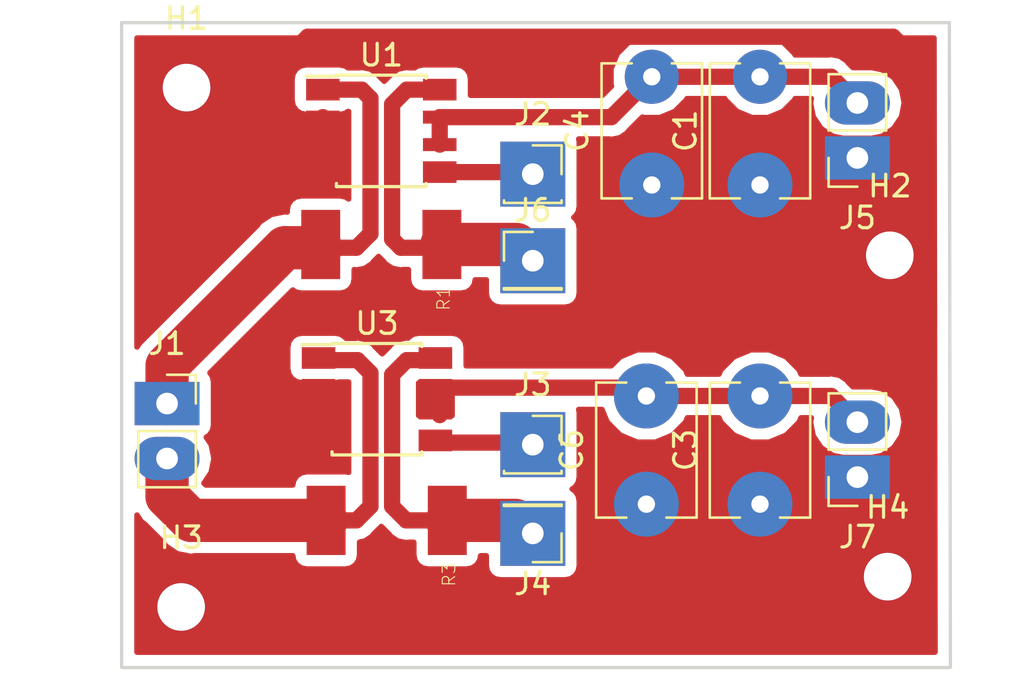
<source format=kicad_pcb>
(kicad_pcb (version 20171130) (host pcbnew 5.0.2-bee76a0~70~ubuntu18.04.1)

  (general
    (thickness 1.6)
    (drawings 4)
    (tracks 78)
    (zones 0)
    (modules 19)
    (nets 10)
  )

  (page A4)
  (layers
    (0 F.Cu signal)
    (31 B.Cu signal)
    (32 B.Adhes user)
    (33 F.Adhes user)
    (34 B.Paste user)
    (35 F.Paste user)
    (36 B.SilkS user)
    (37 F.SilkS user)
    (38 B.Mask user)
    (39 F.Mask user)
    (40 Dwgs.User user)
    (41 Cmts.User user)
    (42 Eco1.User user)
    (43 Eco2.User user)
    (44 Edge.Cuts user)
    (45 Margin user)
    (46 B.CrtYd user)
    (47 F.CrtYd user)
    (48 B.Fab user)
    (49 F.Fab user)
  )

  (setup
    (last_trace_width 0.75)
    (trace_clearance 0.2)
    (zone_clearance 0.508)
    (zone_45_only no)
    (trace_min 0.2)
    (segment_width 0.2)
    (edge_width 0.15)
    (via_size 0.8)
    (via_drill 0.4)
    (via_min_size 0.4)
    (via_min_drill 0.3)
    (uvia_size 0.3)
    (uvia_drill 0.1)
    (uvias_allowed no)
    (uvia_min_size 0.2)
    (uvia_min_drill 0.1)
    (pcb_text_width 0.3)
    (pcb_text_size 1.5 1.5)
    (mod_edge_width 0.15)
    (mod_text_size 1 1)
    (mod_text_width 0.15)
    (pad_size 2.2 2.2)
    (pad_drill 2.2)
    (pad_to_mask_clearance 0.051)
    (solder_mask_min_width 0.25)
    (aux_axis_origin 0 0)
    (visible_elements FFFFFF7F)
    (pcbplotparams
      (layerselection 0x01080_7fffffff)
      (usegerberextensions false)
      (usegerberattributes false)
      (usegerberadvancedattributes false)
      (creategerberjobfile false)
      (excludeedgelayer true)
      (linewidth 0.100000)
      (plotframeref false)
      (viasonmask false)
      (mode 1)
      (useauxorigin false)
      (hpglpennumber 1)
      (hpglpenspeed 20)
      (hpglpendiameter 15.000000)
      (psnegative false)
      (psa4output false)
      (plotreference true)
      (plotvalue true)
      (plotinvisibletext false)
      (padsonsilk false)
      (subtractmaskfromsilk false)
      (outputformat 1)
      (mirror false)
      (drillshape 0)
      (scaleselection 1)
      (outputdirectory "mil/"))
  )

  (net 0 "")
  (net 1 GND)
  (net 2 +3V3)
  (net 3 CURRENT_0)
  (net 4 CURRENT_1)
  (net 5 CURRENT_2)
  (net 6 PHASE0_IN)
  (net 7 PHASE1_IN)
  (net 8 PHASE1_OUT)
  (net 9 PHASE0_OUT)

  (net_class Default "This is the default net class."
    (clearance 0.2)
    (trace_width 0.75)
    (via_dia 0.8)
    (via_drill 0.4)
    (uvia_dia 0.3)
    (uvia_drill 0.1)
    (add_net +3V3)
    (add_net CURRENT_0)
    (add_net CURRENT_1)
    (add_net CURRENT_2)
    (add_net GND)
    (add_net PHASE0_IN)
    (add_net PHASE0_OUT)
    (add_net PHASE1_IN)
    (add_net PHASE1_OUT)
  )

  (module custom_lib:R2512_shunt (layer F.Cu) (tedit 0) (tstamp 5DFE57A5)
    (at 12 10.25 180)
    (descr <b>RESISTOR</b>)
    (path /5DDD4F3B)
    (fp_text reference R1 (at -2.54 -1.905 90) (layer F.SilkS)
      (effects (font (size 0.57912 0.57912) (thickness 0.046329)) (justify right top))
    )
    (fp_text value SHUNT (at -2.54 3.175 180) (layer F.Fab)
      (effects (font (size 0.77216 0.77216) (thickness 0.061772)) (justify right top))
    )
    (fp_poly (pts (xy -0.5001 1) (xy 0.5001 1) (xy 0.5001 -1) (xy -0.5001 -1)) (layer F.Adhes) (width 0))
    (fp_poly (pts (xy 2.3622 1.5494) (xy 3.2121 1.5494) (xy 3.2121 -1.5507) (xy 2.3622 -1.5507)) (layer F.Fab) (width 0))
    (fp_poly (pts (xy -3.2004 1.5494) (xy -2.3505 1.5494) (xy -2.3505 -1.5507) (xy -3.2004 -1.5507)) (layer F.Fab) (width 0))
    (fp_line (start -3.973 1.983) (end -3.973 -1.983) (layer Dwgs.User) (width 0.0508))
    (fp_line (start 3.973 1.983) (end -3.973 1.983) (layer Dwgs.User) (width 0.0508))
    (fp_line (start 3.973 -1.983) (end 3.973 1.983) (layer Dwgs.User) (width 0.0508))
    (fp_line (start -3.973 -1.983) (end 3.973 -1.983) (layer Dwgs.User) (width 0.0508))
    (fp_line (start -2.362 1.473) (end 2.387 1.473) (layer F.Fab) (width 0.1524))
    (fp_line (start -2.362 -1.473) (end 2.387 -1.473) (layer F.Fab) (width 0.1524))
    (pad 2 smd rect (at 2.8 0 180) (size 1.8 3.2) (layers F.Cu F.Paste F.Mask)
      (net 7 PHASE1_IN) (solder_mask_margin 0.075))
    (pad 1 smd rect (at -2.8 0 180) (size 1.8 3.2) (layers F.Cu F.Paste F.Mask)
      (net 8 PHASE1_OUT) (solder_mask_margin 0.075))
  )

  (module custom_lib:R2512_shunt (layer F.Cu) (tedit 0) (tstamp 5DFE57C3)
    (at 12.25 23 180)
    (descr <b>RESISTOR</b>)
    (path /5DDD2B7E)
    (fp_text reference R3 (at -2.54 -1.905 90) (layer F.SilkS)
      (effects (font (size 0.57912 0.57912) (thickness 0.046329)) (justify right top))
    )
    (fp_text value SHUNT (at -2.54 3.175 180) (layer F.Fab)
      (effects (font (size 0.77216 0.77216) (thickness 0.061772)) (justify right top))
    )
    (fp_line (start -2.362 -1.473) (end 2.387 -1.473) (layer F.Fab) (width 0.1524))
    (fp_line (start -2.362 1.473) (end 2.387 1.473) (layer F.Fab) (width 0.1524))
    (fp_line (start -3.973 -1.983) (end 3.973 -1.983) (layer Dwgs.User) (width 0.0508))
    (fp_line (start 3.973 -1.983) (end 3.973 1.983) (layer Dwgs.User) (width 0.0508))
    (fp_line (start 3.973 1.983) (end -3.973 1.983) (layer Dwgs.User) (width 0.0508))
    (fp_line (start -3.973 1.983) (end -3.973 -1.983) (layer Dwgs.User) (width 0.0508))
    (fp_poly (pts (xy -3.2004 1.5494) (xy -2.3505 1.5494) (xy -2.3505 -1.5507) (xy -3.2004 -1.5507)) (layer F.Fab) (width 0))
    (fp_poly (pts (xy 2.3622 1.5494) (xy 3.2121 1.5494) (xy 3.2121 -1.5507) (xy 2.3622 -1.5507)) (layer F.Fab) (width 0))
    (fp_poly (pts (xy -0.5001 1) (xy 0.5001 1) (xy 0.5001 -1) (xy -0.5001 -1)) (layer F.Adhes) (width 0))
    (pad 1 smd rect (at -2.8 0 180) (size 1.8 3.2) (layers F.Cu F.Paste F.Mask)
      (net 9 PHASE0_OUT) (solder_mask_margin 0.075))
    (pad 2 smd rect (at 2.8 0 180) (size 1.8 3.2) (layers F.Cu F.Paste F.Mask)
      (net 6 PHASE0_IN) (solder_mask_margin 0.075))
  )

  (module Package_SO:SOIC-8_3.9x4.9mm_P1.27mm (layer F.Cu) (tedit 5DDFF8B4) (tstamp 5DFE57E0)
    (at 12 5)
    (descr "8-Lead Plastic Small Outline (SN) - Narrow, 3.90 mm Body [SOIC] (see Microchip Packaging Specification http://ww1.microchip.com/downloads/en/PackagingSpec/00000049BQ.pdf)")
    (tags "SOIC 1.27")
    (path /5DDD4F35)
    (attr smd)
    (fp_text reference U1 (at 0 -3.5) (layer F.SilkS)
      (effects (font (size 1 1) (thickness 0.15)))
    )
    (fp_text value AD8207 (at 0 3.5) (layer F.Fab)
      (effects (font (size 1 1) (thickness 0.15)))
    )
    (fp_line (start -2.075 -2.525) (end -3.475 -2.525) (layer F.SilkS) (width 0.15))
    (fp_line (start -2.075 2.575) (end 2.075 2.575) (layer F.SilkS) (width 0.15))
    (fp_line (start -2.075 -2.575) (end 2.075 -2.575) (layer F.SilkS) (width 0.15))
    (fp_line (start -2.075 2.575) (end -2.075 2.43) (layer F.SilkS) (width 0.15))
    (fp_line (start 2.075 2.575) (end 2.075 2.43) (layer F.SilkS) (width 0.15))
    (fp_line (start 2.075 -2.575) (end 2.075 -2.43) (layer F.SilkS) (width 0.15))
    (fp_line (start -2.075 -2.575) (end -2.075 -2.525) (layer F.SilkS) (width 0.15))
    (fp_line (start -3.73 2.7) (end 3.73 2.7) (layer F.CrtYd) (width 0.05))
    (fp_line (start -3.73 -2.7) (end 3.73 -2.7) (layer F.CrtYd) (width 0.05))
    (fp_line (start 3.73 -2.7) (end 3.73 2.7) (layer F.CrtYd) (width 0.05))
    (fp_line (start -3.73 -2.7) (end -3.73 2.7) (layer F.CrtYd) (width 0.05))
    (fp_line (start -1.95 -1.45) (end -0.95 -2.45) (layer F.Fab) (width 0.1))
    (fp_line (start -1.95 2.45) (end -1.95 -1.45) (layer F.Fab) (width 0.1))
    (fp_line (start 1.95 2.45) (end -1.95 2.45) (layer F.Fab) (width 0.1))
    (fp_line (start 1.95 -2.45) (end 1.95 2.45) (layer F.Fab) (width 0.1))
    (fp_line (start -0.95 -2.45) (end 1.95 -2.45) (layer F.Fab) (width 0.1))
    (fp_text user %R (at 0 0) (layer F.Fab)
      (effects (font (size 1 1) (thickness 0.15)))
    )
    (pad 8 smd rect (at 2.7 -1.905) (size 1.55 1) (layers F.Cu F.Paste F.Mask)
      (net 8 PHASE1_OUT))
    (pad 7 smd rect (at 2.7 -0.635) (size 1.55 0.6) (layers F.Cu F.Paste F.Mask)
      (net 2 +3V3))
    (pad 6 smd rect (at 2.7 0.635) (size 1.55 0.6) (layers F.Cu F.Paste F.Mask)
      (net 2 +3V3))
    (pad 5 smd rect (at 2.7 1.905) (size 1.55 1) (layers F.Cu F.Paste F.Mask)
      (net 4 CURRENT_1))
    (pad 4 smd rect (at -2.7 1.905) (size 1.55 0.6) (layers F.Cu F.Paste F.Mask)
      (net 1 GND))
    (pad 3 smd rect (at -2.7 0.635) (size 1.55 0.6) (layers F.Cu F.Paste F.Mask)
      (net 1 GND))
    (pad 2 smd rect (at -2.7 -0.635) (size 1.55 0.6) (layers F.Cu F.Paste F.Mask)
      (net 1 GND))
    (pad 1 smd rect (at -2.7 -1.905) (size 1.55 1) (layers F.Cu F.Paste F.Mask)
      (net 7 PHASE1_IN))
    (model ${KISYS3DMOD}/Package_SO.3dshapes/SOIC-8_3.9x4.9mm_P1.27mm.wrl
      (at (xyz 0 0 0))
      (scale (xyz 1 1 1))
      (rotate (xyz 0 0 0))
    )
  )

  (module Package_SO:SOIC-8_3.9x4.9mm_P1.27mm (layer F.Cu) (tedit 5DDFF8BC) (tstamp 5DFE581A)
    (at 11.8 17.4)
    (descr "8-Lead Plastic Small Outline (SN) - Narrow, 3.90 mm Body [SOIC] (see Microchip Packaging Specification http://ww1.microchip.com/downloads/en/PackagingSpec/00000049BQ.pdf)")
    (tags "SOIC 1.27")
    (path /5DDD2A92)
    (attr smd)
    (fp_text reference U3 (at 0 -3.5) (layer F.SilkS)
      (effects (font (size 1 1) (thickness 0.15)))
    )
    (fp_text value AD8207 (at 0 3.5) (layer F.Fab)
      (effects (font (size 1 1) (thickness 0.15)))
    )
    (fp_text user %R (at 0 0) (layer F.Fab)
      (effects (font (size 1 1) (thickness 0.15)))
    )
    (fp_line (start -0.95 -2.45) (end 1.95 -2.45) (layer F.Fab) (width 0.1))
    (fp_line (start 1.95 -2.45) (end 1.95 2.45) (layer F.Fab) (width 0.1))
    (fp_line (start 1.95 2.45) (end -1.95 2.45) (layer F.Fab) (width 0.1))
    (fp_line (start -1.95 2.45) (end -1.95 -1.45) (layer F.Fab) (width 0.1))
    (fp_line (start -1.95 -1.45) (end -0.95 -2.45) (layer F.Fab) (width 0.1))
    (fp_line (start -3.73 -2.7) (end -3.73 2.7) (layer F.CrtYd) (width 0.05))
    (fp_line (start 3.73 -2.7) (end 3.73 2.7) (layer F.CrtYd) (width 0.05))
    (fp_line (start -3.73 -2.7) (end 3.73 -2.7) (layer F.CrtYd) (width 0.05))
    (fp_line (start -3.73 2.7) (end 3.73 2.7) (layer F.CrtYd) (width 0.05))
    (fp_line (start -2.075 -2.575) (end -2.075 -2.525) (layer F.SilkS) (width 0.15))
    (fp_line (start 2.075 -2.575) (end 2.075 -2.43) (layer F.SilkS) (width 0.15))
    (fp_line (start 2.075 2.575) (end 2.075 2.43) (layer F.SilkS) (width 0.15))
    (fp_line (start -2.075 2.575) (end -2.075 2.43) (layer F.SilkS) (width 0.15))
    (fp_line (start -2.075 -2.575) (end 2.075 -2.575) (layer F.SilkS) (width 0.15))
    (fp_line (start -2.075 2.575) (end 2.075 2.575) (layer F.SilkS) (width 0.15))
    (fp_line (start -2.075 -2.525) (end -3.475 -2.525) (layer F.SilkS) (width 0.15))
    (pad 1 smd rect (at -2.7 -1.905) (size 1.55 1) (layers F.Cu F.Paste F.Mask)
      (net 6 PHASE0_IN))
    (pad 2 smd rect (at -2.7 -0.635) (size 1.55 0.6) (layers F.Cu F.Paste F.Mask)
      (net 1 GND))
    (pad 3 smd rect (at -2.7 0.635) (size 1.55 0.6) (layers F.Cu F.Paste F.Mask)
      (net 1 GND))
    (pad 4 smd rect (at -2.7 1.905) (size 1.55 0.6) (layers F.Cu F.Paste F.Mask)
      (net 1 GND))
    (pad 5 smd rect (at 2.7 1.905) (size 1.55 1) (layers F.Cu F.Paste F.Mask)
      (net 3 CURRENT_0))
    (pad 6 smd rect (at 2.7 0.635) (size 1.55 0.6) (layers F.Cu F.Paste F.Mask)
      (net 2 +3V3))
    (pad 7 smd rect (at 2.7 -0.635) (size 1.55 0.6) (layers F.Cu F.Paste F.Mask)
      (net 2 +3V3))
    (pad 8 smd rect (at 2.7 -1.905) (size 1.55 1) (layers F.Cu F.Paste F.Mask)
      (net 9 PHASE0_OUT))
    (model ${KISYS3DMOD}/Package_SO.3dshapes/SOIC-8_3.9x4.9mm_P1.27mm.wrl
      (at (xyz 0 0 0))
      (scale (xyz 1 1 1))
      (rotate (xyz 0 0 0))
    )
  )

  (module Capacitor_THT:C_Disc_D6.0mm_W4.4mm_P5.00mm (layer F.Cu) (tedit 5DDE5DE6) (tstamp 5DFE5BED)
    (at 29.5 7.5 90)
    (descr "C, Disc series, Radial, pin pitch=5.00mm, , diameter*width=6*4.4mm^2, Capacitor")
    (tags "C Disc series Radial pin pitch 5.00mm  diameter 6mm width 4.4mm Capacitor")
    (path /5DDD4F52)
    (fp_text reference C1 (at 2.5 -3.45 90) (layer F.SilkS)
      (effects (font (size 1 1) (thickness 0.15)))
    )
    (fp_text value 1u (at 2.5 3.45 90) (layer F.Fab)
      (effects (font (size 1 1) (thickness 0.15)))
    )
    (fp_line (start -0.5 -2.2) (end -0.5 2.2) (layer F.Fab) (width 0.1))
    (fp_line (start -0.5 2.2) (end 5.5 2.2) (layer F.Fab) (width 0.1))
    (fp_line (start 5.5 2.2) (end 5.5 -2.2) (layer F.Fab) (width 0.1))
    (fp_line (start 5.5 -2.2) (end -0.5 -2.2) (layer F.Fab) (width 0.1))
    (fp_line (start -0.62 -2.321) (end 5.62 -2.321) (layer F.SilkS) (width 0.12))
    (fp_line (start -0.62 2.321) (end 5.62 2.321) (layer F.SilkS) (width 0.12))
    (fp_line (start -0.62 -2.321) (end -0.62 -0.925) (layer F.SilkS) (width 0.12))
    (fp_line (start -0.62 0.925) (end -0.62 2.321) (layer F.SilkS) (width 0.12))
    (fp_line (start 5.62 -2.321) (end 5.62 -0.925) (layer F.SilkS) (width 0.12))
    (fp_line (start 5.62 0.925) (end 5.62 2.321) (layer F.SilkS) (width 0.12))
    (fp_line (start -1.05 -2.45) (end -1.05 2.45) (layer F.CrtYd) (width 0.05))
    (fp_line (start -1.05 2.45) (end 6.05 2.45) (layer F.CrtYd) (width 0.05))
    (fp_line (start 6.05 2.45) (end 6.05 -2.45) (layer F.CrtYd) (width 0.05))
    (fp_line (start 6.05 -2.45) (end -1.05 -2.45) (layer F.CrtYd) (width 0.05))
    (fp_text user %R (at 2.5 0 90) (layer F.Fab)
      (effects (font (size 1 1) (thickness 0.15)))
    )
    (pad 1 thru_hole circle (at 0 0 90) (size 3 3) (drill 0.8) (layers *.Cu *.Mask)
      (net 1 GND))
    (pad 2 thru_hole circle (at 5 0 90) (size 2.5 2.5) (drill 0.8) (layers *.Cu *.Mask)
      (net 2 +3V3))
    (model ${KISYS3DMOD}/Capacitor_THT.3dshapes/C_Disc_D6.0mm_W4.4mm_P5.00mm.wrl
      (at (xyz 0 0 0))
      (scale (xyz 1 1 1))
      (rotate (xyz 0 0 0))
    )
  )

  (module Capacitor_THT:C_Disc_D6.0mm_W4.4mm_P5.00mm (layer F.Cu) (tedit 5DDE5DF6) (tstamp 5DFE5C15)
    (at 29.5 22.25 90)
    (descr "C, Disc series, Radial, pin pitch=5.00mm, , diameter*width=6*4.4mm^2, Capacitor")
    (tags "C Disc series Radial pin pitch 5.00mm  diameter 6mm width 4.4mm Capacitor")
    (path /5DDD3753)
    (fp_text reference C3 (at 2.5 -3.45 90) (layer F.SilkS)
      (effects (font (size 1 1) (thickness 0.15)))
    )
    (fp_text value 1u (at 2.5 3.45 90) (layer F.Fab)
      (effects (font (size 1 1) (thickness 0.15)))
    )
    (fp_line (start -0.5 -2.2) (end -0.5 2.2) (layer F.Fab) (width 0.1))
    (fp_line (start -0.5 2.2) (end 5.5 2.2) (layer F.Fab) (width 0.1))
    (fp_line (start 5.5 2.2) (end 5.5 -2.2) (layer F.Fab) (width 0.1))
    (fp_line (start 5.5 -2.2) (end -0.5 -2.2) (layer F.Fab) (width 0.1))
    (fp_line (start -0.62 -2.321) (end 5.62 -2.321) (layer F.SilkS) (width 0.12))
    (fp_line (start -0.62 2.321) (end 5.62 2.321) (layer F.SilkS) (width 0.12))
    (fp_line (start -0.62 -2.321) (end -0.62 -0.925) (layer F.SilkS) (width 0.12))
    (fp_line (start -0.62 0.925) (end -0.62 2.321) (layer F.SilkS) (width 0.12))
    (fp_line (start 5.62 -2.321) (end 5.62 -0.925) (layer F.SilkS) (width 0.12))
    (fp_line (start 5.62 0.925) (end 5.62 2.321) (layer F.SilkS) (width 0.12))
    (fp_line (start -1.05 -2.45) (end -1.05 2.45) (layer F.CrtYd) (width 0.05))
    (fp_line (start -1.05 2.45) (end 6.05 2.45) (layer F.CrtYd) (width 0.05))
    (fp_line (start 6.05 2.45) (end 6.05 -2.45) (layer F.CrtYd) (width 0.05))
    (fp_line (start 6.05 -2.45) (end -1.05 -2.45) (layer F.CrtYd) (width 0.05))
    (fp_text user %R (at 2.5 0 90) (layer F.Fab)
      (effects (font (size 1 1) (thickness 0.15)))
    )
    (pad 1 thru_hole circle (at 0 0 90) (size 3 3) (drill 0.8) (layers *.Cu *.Mask)
      (net 1 GND))
    (pad 2 thru_hole circle (at 5 0 90) (size 3 3) (drill 0.8) (layers *.Cu *.Mask)
      (net 2 +3V3))
    (model ${KISYS3DMOD}/Capacitor_THT.3dshapes/C_Disc_D6.0mm_W4.4mm_P5.00mm.wrl
      (at (xyz 0 0 0))
      (scale (xyz 1 1 1))
      (rotate (xyz 0 0 0))
    )
  )

  (module Capacitor_THT:C_Disc_D6.0mm_W4.4mm_P5.00mm (layer F.Cu) (tedit 5DDE5DEB) (tstamp 5DFE5C29)
    (at 24.5 7.5 90)
    (descr "C, Disc series, Radial, pin pitch=5.00mm, , diameter*width=6*4.4mm^2, Capacitor")
    (tags "C Disc series Radial pin pitch 5.00mm  diameter 6mm width 4.4mm Capacitor")
    (path /5DDD4F5B)
    (fp_text reference C4 (at 2.5 -3.45 90) (layer F.SilkS)
      (effects (font (size 1 1) (thickness 0.15)))
    )
    (fp_text value 10u (at 2.5 3.45 90) (layer F.Fab)
      (effects (font (size 1 1) (thickness 0.15)))
    )
    (fp_text user %R (at 2.5 0 90) (layer F.Fab)
      (effects (font (size 1 1) (thickness 0.15)))
    )
    (fp_line (start 6.05 -2.45) (end -1.05 -2.45) (layer F.CrtYd) (width 0.05))
    (fp_line (start 6.05 2.45) (end 6.05 -2.45) (layer F.CrtYd) (width 0.05))
    (fp_line (start -1.05 2.45) (end 6.05 2.45) (layer F.CrtYd) (width 0.05))
    (fp_line (start -1.05 -2.45) (end -1.05 2.45) (layer F.CrtYd) (width 0.05))
    (fp_line (start 5.62 0.925) (end 5.62 2.321) (layer F.SilkS) (width 0.12))
    (fp_line (start 5.62 -2.321) (end 5.62 -0.925) (layer F.SilkS) (width 0.12))
    (fp_line (start -0.62 0.925) (end -0.62 2.321) (layer F.SilkS) (width 0.12))
    (fp_line (start -0.62 -2.321) (end -0.62 -0.925) (layer F.SilkS) (width 0.12))
    (fp_line (start -0.62 2.321) (end 5.62 2.321) (layer F.SilkS) (width 0.12))
    (fp_line (start -0.62 -2.321) (end 5.62 -2.321) (layer F.SilkS) (width 0.12))
    (fp_line (start 5.5 -2.2) (end -0.5 -2.2) (layer F.Fab) (width 0.1))
    (fp_line (start 5.5 2.2) (end 5.5 -2.2) (layer F.Fab) (width 0.1))
    (fp_line (start -0.5 2.2) (end 5.5 2.2) (layer F.Fab) (width 0.1))
    (fp_line (start -0.5 -2.2) (end -0.5 2.2) (layer F.Fab) (width 0.1))
    (pad 2 thru_hole circle (at 5 0 90) (size 2.5 2.5) (drill 0.8) (layers *.Cu *.Mask)
      (net 2 +3V3))
    (pad 1 thru_hole circle (at 0 0 90) (size 3 3) (drill 0.8) (layers *.Cu *.Mask)
      (net 1 GND))
    (model ${KISYS3DMOD}/Capacitor_THT.3dshapes/C_Disc_D6.0mm_W4.4mm_P5.00mm.wrl
      (at (xyz 0 0 0))
      (scale (xyz 1 1 1))
      (rotate (xyz 0 0 0))
    )
  )

  (module Capacitor_THT:C_Disc_D6.0mm_W4.4mm_P5.00mm (layer F.Cu) (tedit 5DDE5DF0) (tstamp 5DFE5C51)
    (at 24.25 22.25 90)
    (descr "C, Disc series, Radial, pin pitch=5.00mm, , diameter*width=6*4.4mm^2, Capacitor")
    (tags "C Disc series Radial pin pitch 5.00mm  diameter 6mm width 4.4mm Capacitor")
    (path /5DDD3896)
    (fp_text reference C6 (at 2.5 -3.45 90) (layer F.SilkS)
      (effects (font (size 1 1) (thickness 0.15)))
    )
    (fp_text value 10u (at 2.5 3.45 90) (layer F.Fab)
      (effects (font (size 1 1) (thickness 0.15)))
    )
    (fp_text user %R (at 2.5 0 90) (layer F.Fab)
      (effects (font (size 1 1) (thickness 0.15)))
    )
    (fp_line (start 6.05 -2.45) (end -1.05 -2.45) (layer F.CrtYd) (width 0.05))
    (fp_line (start 6.05 2.45) (end 6.05 -2.45) (layer F.CrtYd) (width 0.05))
    (fp_line (start -1.05 2.45) (end 6.05 2.45) (layer F.CrtYd) (width 0.05))
    (fp_line (start -1.05 -2.45) (end -1.05 2.45) (layer F.CrtYd) (width 0.05))
    (fp_line (start 5.62 0.925) (end 5.62 2.321) (layer F.SilkS) (width 0.12))
    (fp_line (start 5.62 -2.321) (end 5.62 -0.925) (layer F.SilkS) (width 0.12))
    (fp_line (start -0.62 0.925) (end -0.62 2.321) (layer F.SilkS) (width 0.12))
    (fp_line (start -0.62 -2.321) (end -0.62 -0.925) (layer F.SilkS) (width 0.12))
    (fp_line (start -0.62 2.321) (end 5.62 2.321) (layer F.SilkS) (width 0.12))
    (fp_line (start -0.62 -2.321) (end 5.62 -2.321) (layer F.SilkS) (width 0.12))
    (fp_line (start 5.5 -2.2) (end -0.5 -2.2) (layer F.Fab) (width 0.1))
    (fp_line (start 5.5 2.2) (end 5.5 -2.2) (layer F.Fab) (width 0.1))
    (fp_line (start -0.5 2.2) (end 5.5 2.2) (layer F.Fab) (width 0.1))
    (fp_line (start -0.5 -2.2) (end -0.5 2.2) (layer F.Fab) (width 0.1))
    (pad 2 thru_hole circle (at 5 0 90) (size 3 3) (drill 0.8) (layers *.Cu *.Mask)
      (net 2 +3V3))
    (pad 1 thru_hole circle (at 0 0 90) (size 3 3) (drill 0.8) (layers *.Cu *.Mask)
      (net 1 GND))
    (model ${KISYS3DMOD}/Capacitor_THT.3dshapes/C_Disc_D6.0mm_W4.4mm_P5.00mm.wrl
      (at (xyz 0 0 0))
      (scale (xyz 1 1 1))
      (rotate (xyz 0 0 0))
    )
  )

  (module Connector_PinSocket_2.54mm:PinSocket_1x01_P2.54mm_Vertical (layer F.Cu) (tedit 5DDE5E0F) (tstamp 5DFE63FE)
    (at 19 7)
    (descr "Through hole straight socket strip, 1x01, 2.54mm pitch, single row (from Kicad 4.0.7), script generated")
    (tags "Through hole socket strip THT 1x01 2.54mm single row")
    (path /5DDE5E31)
    (fp_text reference J2 (at 0 -2.77) (layer F.SilkS)
      (effects (font (size 1 1) (thickness 0.15)))
    )
    (fp_text value Conn_01x01_Female (at 0 2.77) (layer F.Fab)
      (effects (font (size 1 1) (thickness 0.15)))
    )
    (fp_line (start -1.27 -1.27) (end 0.635 -1.27) (layer F.Fab) (width 0.1))
    (fp_line (start 0.635 -1.27) (end 1.27 -0.635) (layer F.Fab) (width 0.1))
    (fp_line (start 1.27 -0.635) (end 1.27 1.27) (layer F.Fab) (width 0.1))
    (fp_line (start 1.27 1.27) (end -1.27 1.27) (layer F.Fab) (width 0.1))
    (fp_line (start -1.27 1.27) (end -1.27 -1.27) (layer F.Fab) (width 0.1))
    (fp_line (start -1.33 1.33) (end 1.33 1.33) (layer F.SilkS) (width 0.12))
    (fp_line (start -1.33 1.21) (end -1.33 1.33) (layer F.SilkS) (width 0.12))
    (fp_line (start 1.33 1.21) (end 1.33 1.33) (layer F.SilkS) (width 0.12))
    (fp_line (start 1.33 -1.33) (end 1.33 0) (layer F.SilkS) (width 0.12))
    (fp_line (start 0 -1.33) (end 1.33 -1.33) (layer F.SilkS) (width 0.12))
    (fp_line (start -1.8 -1.8) (end 1.75 -1.8) (layer F.CrtYd) (width 0.05))
    (fp_line (start 1.75 -1.8) (end 1.75 1.75) (layer F.CrtYd) (width 0.05))
    (fp_line (start 1.75 1.75) (end -1.8 1.75) (layer F.CrtYd) (width 0.05))
    (fp_line (start -1.8 1.75) (end -1.8 -1.8) (layer F.CrtYd) (width 0.05))
    (fp_text user %R (at 0 0) (layer F.Fab)
      (effects (font (size 1 1) (thickness 0.15)))
    )
    (pad 1 thru_hole rect (at 0 0) (size 3 3) (drill 1) (layers *.Cu *.Mask)
      (net 5 CURRENT_2))
    (model ${KISYS3DMOD}/Connector_PinSocket_2.54mm.3dshapes/PinSocket_1x01_P2.54mm_Vertical.wrl
      (at (xyz 0 0 0))
      (scale (xyz 1 1 1))
      (rotate (xyz 0 0 0))
    )
  )

  (module Connector_PinSocket_2.54mm:PinSocket_1x01_P2.54mm_Vertical (layer F.Cu) (tedit 5DDE5DFE) (tstamp 5DFE6424)
    (at 19 19.5)
    (descr "Through hole straight socket strip, 1x01, 2.54mm pitch, single row (from Kicad 4.0.7), script generated")
    (tags "Through hole socket strip THT 1x01 2.54mm single row")
    (path /5DDE5DFD)
    (fp_text reference J3 (at 0 -2.77) (layer F.SilkS)
      (effects (font (size 1 1) (thickness 0.15)))
    )
    (fp_text value Conn_01x01_Female (at 0 2.77) (layer F.Fab)
      (effects (font (size 1 1) (thickness 0.15)))
    )
    (fp_text user %R (at 0 0) (layer F.Fab)
      (effects (font (size 1 1) (thickness 0.15)))
    )
    (fp_line (start -1.8 1.75) (end -1.8 -1.8) (layer F.CrtYd) (width 0.05))
    (fp_line (start 1.75 1.75) (end -1.8 1.75) (layer F.CrtYd) (width 0.05))
    (fp_line (start 1.75 -1.8) (end 1.75 1.75) (layer F.CrtYd) (width 0.05))
    (fp_line (start -1.8 -1.8) (end 1.75 -1.8) (layer F.CrtYd) (width 0.05))
    (fp_line (start 0 -1.33) (end 1.33 -1.33) (layer F.SilkS) (width 0.12))
    (fp_line (start 1.33 -1.33) (end 1.33 0) (layer F.SilkS) (width 0.12))
    (fp_line (start 1.33 1.21) (end 1.33 1.33) (layer F.SilkS) (width 0.12))
    (fp_line (start -1.33 1.21) (end -1.33 1.33) (layer F.SilkS) (width 0.12))
    (fp_line (start -1.33 1.33) (end 1.33 1.33) (layer F.SilkS) (width 0.12))
    (fp_line (start -1.27 1.27) (end -1.27 -1.27) (layer F.Fab) (width 0.1))
    (fp_line (start 1.27 1.27) (end -1.27 1.27) (layer F.Fab) (width 0.1))
    (fp_line (start 1.27 -0.635) (end 1.27 1.27) (layer F.Fab) (width 0.1))
    (fp_line (start 0.635 -1.27) (end 1.27 -0.635) (layer F.Fab) (width 0.1))
    (fp_line (start -1.27 -1.27) (end 0.635 -1.27) (layer F.Fab) (width 0.1))
    (pad 1 thru_hole rect (at 0 0) (size 3 3) (drill 1) (layers *.Cu *.Mask)
      (net 4 CURRENT_1))
    (model ${KISYS3DMOD}/Connector_PinSocket_2.54mm.3dshapes/PinSocket_1x01_P2.54mm_Vertical.wrl
      (at (xyz 0 0 0))
      (scale (xyz 1 1 1))
      (rotate (xyz 0 0 0))
    )
  )

  (module Connector_PinSocket_2.54mm:PinSocket_1x02_P2.54mm_Vertical (layer F.Cu) (tedit 5DDE5E34) (tstamp 5DFE644E)
    (at 34 6.25 180)
    (descr "Through hole straight socket strip, 1x02, 2.54mm pitch, single row (from Kicad 4.0.7), script generated")
    (tags "Through hole socket strip THT 1x02 2.54mm single row")
    (path /5DDE5CB2)
    (fp_text reference J5 (at 0 -2.77 180) (layer F.SilkS)
      (effects (font (size 1 1) (thickness 0.15)))
    )
    (fp_text value Conn_01x02_Female (at 0 5.31 180) (layer F.Fab)
      (effects (font (size 1 1) (thickness 0.15)))
    )
    (fp_line (start -1.27 -1.27) (end 0.635 -1.27) (layer F.Fab) (width 0.1))
    (fp_line (start 0.635 -1.27) (end 1.27 -0.635) (layer F.Fab) (width 0.1))
    (fp_line (start 1.27 -0.635) (end 1.27 3.81) (layer F.Fab) (width 0.1))
    (fp_line (start 1.27 3.81) (end -1.27 3.81) (layer F.Fab) (width 0.1))
    (fp_line (start -1.27 3.81) (end -1.27 -1.27) (layer F.Fab) (width 0.1))
    (fp_line (start -1.33 1.27) (end 1.33 1.27) (layer F.SilkS) (width 0.12))
    (fp_line (start -1.33 1.27) (end -1.33 3.87) (layer F.SilkS) (width 0.12))
    (fp_line (start -1.33 3.87) (end 1.33 3.87) (layer F.SilkS) (width 0.12))
    (fp_line (start 1.33 1.27) (end 1.33 3.87) (layer F.SilkS) (width 0.12))
    (fp_line (start 1.33 -1.33) (end 1.33 0) (layer F.SilkS) (width 0.12))
    (fp_line (start 0 -1.33) (end 1.33 -1.33) (layer F.SilkS) (width 0.12))
    (fp_line (start -1.8 -1.8) (end 1.75 -1.8) (layer F.CrtYd) (width 0.05))
    (fp_line (start 1.75 -1.8) (end 1.75 4.3) (layer F.CrtYd) (width 0.05))
    (fp_line (start 1.75 4.3) (end -1.8 4.3) (layer F.CrtYd) (width 0.05))
    (fp_line (start -1.8 4.3) (end -1.8 -1.8) (layer F.CrtYd) (width 0.05))
    (fp_text user %R (at 0 1.27 270) (layer F.Fab)
      (effects (font (size 1 1) (thickness 0.15)))
    )
    (pad 1 thru_hole rect (at 0 0 180) (size 3 2) (drill 1) (layers *.Cu *.Mask)
      (net 1 GND))
    (pad 2 thru_hole oval (at 0 2.54 180) (size 3 2) (drill 1) (layers *.Cu *.Mask)
      (net 2 +3V3))
    (model ${KISYS3DMOD}/Connector_PinSocket_2.54mm.3dshapes/PinSocket_1x02_P2.54mm_Vertical.wrl
      (at (xyz 0 0 0))
      (scale (xyz 1 1 1))
      (rotate (xyz 0 0 0))
    )
  )

  (module Connector_PinSocket_2.54mm:PinSocket_1x02_P2.54mm_Vertical (layer F.Cu) (tedit 5DDE5E40) (tstamp 5DFE6797)
    (at 34 21 180)
    (descr "Through hole straight socket strip, 1x02, 2.54mm pitch, single row (from Kicad 4.0.7), script generated")
    (tags "Through hole socket strip THT 1x02 2.54mm single row")
    (path /5DDE7494)
    (fp_text reference J7 (at 0 -2.77 180) (layer F.SilkS)
      (effects (font (size 1 1) (thickness 0.15)))
    )
    (fp_text value Conn_01x02_Female (at 0 5.31 180) (layer F.Fab)
      (effects (font (size 1 1) (thickness 0.15)))
    )
    (fp_text user %R (at 0 1.27 270) (layer F.Fab)
      (effects (font (size 1 1) (thickness 0.15)))
    )
    (fp_line (start -1.8 4.3) (end -1.8 -1.8) (layer F.CrtYd) (width 0.05))
    (fp_line (start 1.75 4.3) (end -1.8 4.3) (layer F.CrtYd) (width 0.05))
    (fp_line (start 1.75 -1.8) (end 1.75 4.3) (layer F.CrtYd) (width 0.05))
    (fp_line (start -1.8 -1.8) (end 1.75 -1.8) (layer F.CrtYd) (width 0.05))
    (fp_line (start 0 -1.33) (end 1.33 -1.33) (layer F.SilkS) (width 0.12))
    (fp_line (start 1.33 -1.33) (end 1.33 0) (layer F.SilkS) (width 0.12))
    (fp_line (start 1.33 1.27) (end 1.33 3.87) (layer F.SilkS) (width 0.12))
    (fp_line (start -1.33 3.87) (end 1.33 3.87) (layer F.SilkS) (width 0.12))
    (fp_line (start -1.33 1.27) (end -1.33 3.87) (layer F.SilkS) (width 0.12))
    (fp_line (start -1.33 1.27) (end 1.33 1.27) (layer F.SilkS) (width 0.12))
    (fp_line (start -1.27 3.81) (end -1.27 -1.27) (layer F.Fab) (width 0.1))
    (fp_line (start 1.27 3.81) (end -1.27 3.81) (layer F.Fab) (width 0.1))
    (fp_line (start 1.27 -0.635) (end 1.27 3.81) (layer F.Fab) (width 0.1))
    (fp_line (start 0.635 -1.27) (end 1.27 -0.635) (layer F.Fab) (width 0.1))
    (fp_line (start -1.27 -1.27) (end 0.635 -1.27) (layer F.Fab) (width 0.1))
    (pad 2 thru_hole oval (at 0 2.54 180) (size 3 2) (drill 1) (layers *.Cu *.Mask)
      (net 2 +3V3))
    (pad 1 thru_hole rect (at 0 0 180) (size 3 2) (drill 1) (layers *.Cu *.Mask)
      (net 1 GND))
    (model ${KISYS3DMOD}/Connector_PinSocket_2.54mm.3dshapes/PinSocket_1x02_P2.54mm_Vertical.wrl
      (at (xyz 0 0 0))
      (scale (xyz 1 1 1))
      (rotate (xyz 0 0 0))
    )
  )

  (module MountingHole:MountingHole_2.2mm_M2 (layer F.Cu) (tedit 5DDFF933) (tstamp 5DFE695F)
    (at 3 3)
    (descr "Mounting Hole 2.2mm, no annular, M2")
    (tags "mounting hole 2.2mm no annular m2")
    (path /5DDE81C0)
    (attr virtual)
    (fp_text reference H1 (at 0 -3.2) (layer F.SilkS)
      (effects (font (size 1 1) (thickness 0.15)))
    )
    (fp_text value MountingHole (at 0 3.2) (layer F.Fab)
      (effects (font (size 1 1) (thickness 0.15)))
    )
    (fp_text user %R (at 0.3 0) (layer F.Fab)
      (effects (font (size 1 1) (thickness 0.15)))
    )
    (fp_circle (center 0 0) (end 2.2 0) (layer Cmts.User) (width 0.15))
    (fp_circle (center 0 0) (end 2.45 0) (layer F.CrtYd) (width 0.05))
    (pad 1 thru_hole circle (at 0 0) (size 2.2 2.2) (drill 2.2) (layers *.Cu *.Mask)
      (net 1 GND))
  )

  (module MountingHole:MountingHole_2.2mm_M2 (layer F.Cu) (tedit 5DDFF911) (tstamp 5DFE6967)
    (at 35.5 10.75)
    (descr "Mounting Hole 2.2mm, no annular, M2")
    (tags "mounting hole 2.2mm no annular m2")
    (path /5DDE80A2)
    (attr virtual)
    (fp_text reference H2 (at 0 -3.2) (layer F.SilkS)
      (effects (font (size 1 1) (thickness 0.15)))
    )
    (fp_text value MountingHole (at 0 3.2) (layer F.Fab)
      (effects (font (size 1 1) (thickness 0.15)))
    )
    (fp_circle (center 0 0) (end 2.45 0) (layer F.CrtYd) (width 0.05))
    (fp_circle (center 0 0) (end 2.2 0) (layer Cmts.User) (width 0.15))
    (fp_text user %R (at 0.3 0) (layer F.Fab)
      (effects (font (size 1 1) (thickness 0.15)))
    )
    (pad 1 thru_hole circle (at 0 0) (size 2.2 2.2) (drill 2.2) (layers *.Cu *.Mask)
      (net 1 GND))
  )

  (module MountingHole:MountingHole_2.2mm_M2 (layer F.Cu) (tedit 5DDFF924) (tstamp 5DFE696F)
    (at 2.75 27)
    (descr "Mounting Hole 2.2mm, no annular, M2")
    (tags "mounting hole 2.2mm no annular m2")
    (path /5DDE8106)
    (attr virtual)
    (fp_text reference H3 (at 0 -3.2) (layer F.SilkS)
      (effects (font (size 1 1) (thickness 0.15)))
    )
    (fp_text value MountingHole (at 0 3.2) (layer F.Fab)
      (effects (font (size 1 1) (thickness 0.15)))
    )
    (fp_text user %R (at 0.3 0) (layer F.Fab)
      (effects (font (size 1 1) (thickness 0.15)))
    )
    (fp_circle (center 0 0) (end 2.2 0) (layer Cmts.User) (width 0.15))
    (fp_circle (center 0 0) (end 2.45 0) (layer F.CrtYd) (width 0.05))
    (pad 1 thru_hole circle (at 0 0) (size 2.2 2.2) (drill 2.2) (layers *.Cu *.Mask)
      (net 1 GND))
  )

  (module MountingHole:MountingHole_2.2mm_M2 (layer F.Cu) (tedit 5DDFF918) (tstamp 5DFE6977)
    (at 35.4 25.6)
    (descr "Mounting Hole 2.2mm, no annular, M2")
    (tags "mounting hole 2.2mm no annular m2")
    (path /5DDE8164)
    (attr virtual)
    (fp_text reference H4 (at 0 -3.2) (layer F.SilkS)
      (effects (font (size 1 1) (thickness 0.15)))
    )
    (fp_text value MountingHole (at 0 3.2) (layer F.Fab)
      (effects (font (size 1 1) (thickness 0.15)))
    )
    (fp_circle (center 0 0) (end 2.45 0) (layer F.CrtYd) (width 0.05))
    (fp_circle (center 0 0) (end 2.2 0) (layer Cmts.User) (width 0.15))
    (fp_text user %R (at 0.3 0) (layer F.Fab)
      (effects (font (size 1 1) (thickness 0.15)))
    )
    (pad 1 thru_hole circle (at 0 0) (size 2.2 2.2) (drill 2.2) (layers *.Cu *.Mask)
      (net 1 GND))
  )

  (module Connector_PinSocket_2.54mm:PinSocket_1x02_P2.54mm_Vertical (layer F.Cu) (tedit 5DDFF708) (tstamp 5DEC2FBA)
    (at 2.1 17.6)
    (descr "Through hole straight socket strip, 1x02, 2.54mm pitch, single row (from Kicad 4.0.7), script generated")
    (tags "Through hole socket strip THT 1x02 2.54mm single row")
    (path /5DE63052)
    (fp_text reference J1 (at 0 -2.77) (layer F.SilkS)
      (effects (font (size 1 1) (thickness 0.15)))
    )
    (fp_text value Conn_01x02_Female (at 0 5.31) (layer F.Fab)
      (effects (font (size 1 1) (thickness 0.15)))
    )
    (fp_text user %R (at 0 1.27 90) (layer F.Fab)
      (effects (font (size 1 1) (thickness 0.15)))
    )
    (fp_line (start -1.8 4.3) (end -1.8 -1.8) (layer F.CrtYd) (width 0.05))
    (fp_line (start 1.75 4.3) (end -1.8 4.3) (layer F.CrtYd) (width 0.05))
    (fp_line (start 1.75 -1.8) (end 1.75 4.3) (layer F.CrtYd) (width 0.05))
    (fp_line (start -1.8 -1.8) (end 1.75 -1.8) (layer F.CrtYd) (width 0.05))
    (fp_line (start 0 -1.33) (end 1.33 -1.33) (layer F.SilkS) (width 0.12))
    (fp_line (start 1.33 -1.33) (end 1.33 0) (layer F.SilkS) (width 0.12))
    (fp_line (start 1.33 1.27) (end 1.33 3.87) (layer F.SilkS) (width 0.12))
    (fp_line (start -1.33 3.87) (end 1.33 3.87) (layer F.SilkS) (width 0.12))
    (fp_line (start -1.33 1.27) (end -1.33 3.87) (layer F.SilkS) (width 0.12))
    (fp_line (start -1.33 1.27) (end 1.33 1.27) (layer F.SilkS) (width 0.12))
    (fp_line (start -1.27 3.81) (end -1.27 -1.27) (layer F.Fab) (width 0.1))
    (fp_line (start 1.27 3.81) (end -1.27 3.81) (layer F.Fab) (width 0.1))
    (fp_line (start 1.27 -0.635) (end 1.27 3.81) (layer F.Fab) (width 0.1))
    (fp_line (start 0.635 -1.27) (end 1.27 -0.635) (layer F.Fab) (width 0.1))
    (fp_line (start -1.27 -1.27) (end 0.635 -1.27) (layer F.Fab) (width 0.1))
    (pad 2 thru_hole oval (at 0 2.54) (size 3 2) (drill 1) (layers *.Cu *.Mask)
      (net 6 PHASE0_IN))
    (pad 1 thru_hole rect (at 0 0) (size 3 2) (drill 1) (layers *.Cu *.Mask)
      (net 7 PHASE1_IN))
    (model ${KISYS3DMOD}/Connector_PinSocket_2.54mm.3dshapes/PinSocket_1x02_P2.54mm_Vertical.wrl
      (at (xyz 0 0 0))
      (scale (xyz 1 1 1))
      (rotate (xyz 0 0 0))
    )
  )

  (module Connector_PinHeader_2.54mm:PinHeader_1x01_P2.54mm_Vertical (layer F.Cu) (tedit 5DDFF6EE) (tstamp 5DEC3230)
    (at 19 11)
    (descr "Through hole straight pin header, 1x01, 2.54mm pitch, single row")
    (tags "Through hole pin header THT 1x01 2.54mm single row")
    (path /5DE63F42)
    (fp_text reference J6 (at 0 -2.33) (layer F.SilkS)
      (effects (font (size 1 1) (thickness 0.15)))
    )
    (fp_text value Conn_01x01_Male (at 0 2.33) (layer F.Fab)
      (effects (font (size 1 1) (thickness 0.15)))
    )
    (fp_line (start -0.635 -1.27) (end 1.27 -1.27) (layer F.Fab) (width 0.1))
    (fp_line (start 1.27 -1.27) (end 1.27 1.27) (layer F.Fab) (width 0.1))
    (fp_line (start 1.27 1.27) (end -1.27 1.27) (layer F.Fab) (width 0.1))
    (fp_line (start -1.27 1.27) (end -1.27 -0.635) (layer F.Fab) (width 0.1))
    (fp_line (start -1.27 -0.635) (end -0.635 -1.27) (layer F.Fab) (width 0.1))
    (fp_line (start -1.33 1.33) (end 1.33 1.33) (layer F.SilkS) (width 0.12))
    (fp_line (start -1.33 1.27) (end -1.33 1.33) (layer F.SilkS) (width 0.12))
    (fp_line (start 1.33 1.27) (end 1.33 1.33) (layer F.SilkS) (width 0.12))
    (fp_line (start -1.33 1.27) (end 1.33 1.27) (layer F.SilkS) (width 0.12))
    (fp_line (start -1.33 0) (end -1.33 -1.33) (layer F.SilkS) (width 0.12))
    (fp_line (start -1.33 -1.33) (end 0 -1.33) (layer F.SilkS) (width 0.12))
    (fp_line (start -1.8 -1.8) (end -1.8 1.8) (layer F.CrtYd) (width 0.05))
    (fp_line (start -1.8 1.8) (end 1.8 1.8) (layer F.CrtYd) (width 0.05))
    (fp_line (start 1.8 1.8) (end 1.8 -1.8) (layer F.CrtYd) (width 0.05))
    (fp_line (start 1.8 -1.8) (end -1.8 -1.8) (layer F.CrtYd) (width 0.05))
    (fp_text user %R (at 0 0 90) (layer F.Fab)
      (effects (font (size 1 1) (thickness 0.15)))
    )
    (pad 1 thru_hole rect (at 0 0) (size 3 3) (drill 1) (layers *.Cu *.Mask)
      (net 8 PHASE1_OUT))
    (model ${KISYS3DMOD}/Connector_PinHeader_2.54mm.3dshapes/PinHeader_1x01_P2.54mm_Vertical.wrl
      (at (xyz 0 0 0))
      (scale (xyz 1 1 1))
      (rotate (xyz 0 0 0))
    )
  )

  (module Connector_PinHeader_2.54mm:PinHeader_1x01_P2.54mm_Vertical (layer F.Cu) (tedit 5DDFF6F4) (tstamp 5DEC326D)
    (at 19 23.6 180)
    (descr "Through hole straight pin header, 1x01, 2.54mm pitch, single row")
    (tags "Through hole pin header THT 1x01 2.54mm single row")
    (path /5DE63CEC)
    (fp_text reference J4 (at 0 -2.33 180) (layer F.SilkS)
      (effects (font (size 1 1) (thickness 0.15)))
    )
    (fp_text value Conn_01x01_Male (at 0 2.33 180) (layer F.Fab)
      (effects (font (size 1 1) (thickness 0.15)))
    )
    (fp_line (start -0.635 -1.27) (end 1.27 -1.27) (layer F.Fab) (width 0.1))
    (fp_line (start 1.27 -1.27) (end 1.27 1.27) (layer F.Fab) (width 0.1))
    (fp_line (start 1.27 1.27) (end -1.27 1.27) (layer F.Fab) (width 0.1))
    (fp_line (start -1.27 1.27) (end -1.27 -0.635) (layer F.Fab) (width 0.1))
    (fp_line (start -1.27 -0.635) (end -0.635 -1.27) (layer F.Fab) (width 0.1))
    (fp_line (start -1.33 1.33) (end 1.33 1.33) (layer F.SilkS) (width 0.12))
    (fp_line (start -1.33 1.27) (end -1.33 1.33) (layer F.SilkS) (width 0.12))
    (fp_line (start 1.33 1.27) (end 1.33 1.33) (layer F.SilkS) (width 0.12))
    (fp_line (start -1.33 1.27) (end 1.33 1.27) (layer F.SilkS) (width 0.12))
    (fp_line (start -1.33 0) (end -1.33 -1.33) (layer F.SilkS) (width 0.12))
    (fp_line (start -1.33 -1.33) (end 0 -1.33) (layer F.SilkS) (width 0.12))
    (fp_line (start -1.8 -1.8) (end -1.8 1.8) (layer F.CrtYd) (width 0.05))
    (fp_line (start -1.8 1.8) (end 1.8 1.8) (layer F.CrtYd) (width 0.05))
    (fp_line (start 1.8 1.8) (end 1.8 -1.8) (layer F.CrtYd) (width 0.05))
    (fp_line (start 1.8 -1.8) (end -1.8 -1.8) (layer F.CrtYd) (width 0.05))
    (fp_text user %R (at 0 0 270) (layer F.Fab)
      (effects (font (size 1 1) (thickness 0.15)))
    )
    (pad 1 thru_hole rect (at 0 0 180) (size 3 3) (drill 1) (layers *.Cu *.Mask)
      (net 9 PHASE0_OUT))
    (model ${KISYS3DMOD}/Connector_PinHeader_2.54mm.3dshapes/PinHeader_1x01_P2.54mm_Vertical.wrl
      (at (xyz 0 0 0))
      (scale (xyz 1 1 1))
      (rotate (xyz 0 0 0))
    )
  )

  (gr_line (start 0 0) (end 38.25 0) (layer Edge.Cuts) (width 0.15))
  (gr_line (start 0 29.8) (end 0 0) (layer Edge.Cuts) (width 0.15))
  (gr_line (start 38.25 29.8) (end 0 29.8) (layer Edge.Cuts) (width 0.15))
  (gr_line (start 38.25 0) (end 38.3 29.8) (layer Edge.Cuts) (width 0.15))

  (segment (start 24.5 7.5) (end 29.5 7.5) (width 0.75) (layer F.Cu) (net 1))
  (segment (start 24.25 22.25) (end 29.5 22.25) (width 0.75) (layer F.Cu) (net 1))
  (segment (start 32.75 22.25) (end 34 21) (width 0.75) (layer F.Cu) (net 1))
  (segment (start 29.5 22.25) (end 32.75 22.25) (width 0.75) (layer F.Cu) (net 1))
  (segment (start 32.75 7.5) (end 34 6.25) (width 0.75) (layer F.Cu) (net 1))
  (segment (start 29.5 7.5) (end 32.75 7.5) (width 0.75) (layer F.Cu) (net 1))
  (segment (start 9.3 19.405) (end 9.3 16.865) (width 0.75) (layer F.Cu) (net 1))
  (segment (start 9.3 4.365) (end 9.3 6.905) (width 0.75) (layer F.Cu) (net 1))
  (segment (start 7 3.81) (end 8.825 5.635) (width 0.75) (layer F.Cu) (net 1))
  (segment (start 7 2.25) (end 7 3.81) (width 0.75) (layer F.Cu) (net 1))
  (segment (start 8.59999 0.65001) (end 7 2.25) (width 0.75) (layer F.Cu) (net 1))
  (segment (start 8.825 5.635) (end 9.3 5.635) (width 0.75) (layer F.Cu) (net 1))
  (segment (start 35.65001 0.65001) (end 8.59999 0.65001) (width 0.75) (layer F.Cu) (net 1))
  (segment (start 34 6.25) (end 35.6 6.25) (width 0.75) (layer F.Cu) (net 1))
  (segment (start 35.6 6.25) (end 37 4.85) (width 0.75) (layer F.Cu) (net 1))
  (segment (start 37 4.85) (end 37 1.75) (width 0.75) (layer F.Cu) (net 1))
  (segment (start 36 1) (end 35.65001 0.65001) (width 0.75) (layer F.Cu) (net 1))
  (segment (start 37 1.75) (end 36.25 1) (width 0.75) (layer F.Cu) (net 1))
  (segment (start 36.25 1) (end 36 1) (width 0.75) (layer F.Cu) (net 1))
  (segment (start 36.25 21) (end 36.8 20.45) (width 0.75) (layer F.Cu) (net 1))
  (segment (start 36.8 16) (end 34.2 13.4) (width 0.75) (layer F.Cu) (net 1))
  (segment (start 36.8 20.45) (end 36.8 16) (width 0.75) (layer F.Cu) (net 1))
  (segment (start 34 21) (end 36.25 21) (width 0.75) (layer F.Cu) (net 1))
  (segment (start 7.035 18.035) (end 9.1 18.035) (width 0.75) (layer F.Cu) (net 1))
  (segment (start 24.5 13.3) (end 24.4 13.4) (width 0.75) (layer F.Cu) (net 1))
  (segment (start 24.5 7.5) (end 24.5 13.3) (width 0.75) (layer F.Cu) (net 1))
  (segment (start 34.2 13.4) (end 24.4 13.4) (width 0.75) (layer F.Cu) (net 1))
  (segment (start 6.1 17.1) (end 6.1 15.3) (width 0.75) (layer F.Cu) (net 1))
  (segment (start 6.1 17.1) (end 7.035 18.035) (width 0.75) (layer F.Cu) (net 1))
  (segment (start 8 13.4) (end 8.5 13.4) (width 0.75) (layer F.Cu) (net 1))
  (segment (start 6.1 15.3) (end 8 13.4) (width 0.75) (layer F.Cu) (net 1))
  (segment (start 24.4 13.4) (end 8.5 13.4) (width 0.75) (layer F.Cu) (net 1))
  (segment (start 14.7 5.635) (end 14.7 4.365) (width 0.75) (layer F.Cu) (net 2))
  (segment (start 22.635 4.365) (end 24.5 2.5) (width 0.75) (layer F.Cu) (net 2))
  (segment (start 14.7 4.365) (end 22.635 4.365) (width 0.75) (layer F.Cu) (net 2))
  (segment (start 24.5 2.5) (end 29.5 2.5) (width 0.75) (layer F.Cu) (net 2))
  (segment (start 14.7 18.135) (end 14.7 16.865) (width 0.75) (layer F.Cu) (net 2))
  (segment (start 14.7 16.865) (end 24.865 16.865) (width 0.75) (layer F.Cu) (net 2))
  (segment (start 24.25 17.25) (end 29.5 17.25) (width 0.75) (layer F.Cu) (net 2))
  (segment (start 32.79 17.25) (end 34 18.46) (width 0.75) (layer F.Cu) (net 2))
  (segment (start 29.5 17.25) (end 32.79 17.25) (width 0.75) (layer F.Cu) (net 2))
  (segment (start 32.79 2.5) (end 34 3.71) (width 0.75) (layer F.Cu) (net 2))
  (segment (start 29.5 2.5) (end 32.79 2.5) (width 0.75) (layer F.Cu) (net 2))
  (segment (start 10.85 10.4) (end 11.5 9.75) (width 0.75) (layer F.Cu) (net 7))
  (segment (start 9.2 10.4) (end 10.85 10.4) (width 0.75) (layer F.Cu) (net 7))
  (segment (start 11.5 9.75) (end 11.5 3.5) (width 0.75) (layer F.Cu) (net 7))
  (segment (start 11.095 3.095) (end 9.3 3.095) (width 0.75) (layer F.Cu) (net 7))
  (segment (start 11.5 3.5) (end 11.095 3.095) (width 0.75) (layer F.Cu) (net 7))
  (segment (start 2.1 16) (end 2.1 17.6) (width 2) (layer F.Cu) (net 7))
  (segment (start 2.1 15.85) (end 2.1 16) (width 0.75) (layer F.Cu) (net 7))
  (segment (start 7.55 10.4) (end 2.1 15.85) (width 2) (layer F.Cu) (net 7))
  (segment (start 9.2 10.4) (end 7.55 10.4) (width 2) (layer F.Cu) (net 7))
  (segment (start 11.5 22.35) (end 10.85 23) (width 0.75) (layer F.Cu) (net 6))
  (segment (start 11.5 16.19) (end 11.5 22.35) (width 0.75) (layer F.Cu) (net 6))
  (segment (start 10.905 15.595) (end 11.5 16.19) (width 0.75) (layer F.Cu) (net 6))
  (segment (start 10.85 23) (end 9.2 23) (width 0.75) (layer F.Cu) (net 6))
  (segment (start 9.3 15.595) (end 10.905 15.595) (width 0.75) (layer F.Cu) (net 6))
  (segment (start 18.655 19.405) (end 18.75 19.5) (width 0.75) (layer F.Cu) (net 4))
  (segment (start 14.7 19.405) (end 18.655 19.405) (width 0.75) (layer F.Cu) (net 4))
  (segment (start 18.905 6.905) (end 19 7) (width 0.75) (layer F.Cu) (net 5))
  (segment (start 14.7 6.905) (end 18.905 6.905) (width 0.75) (layer F.Cu) (net 5))
  (segment (start 2.1 21.89) (end 2.1 20.14) (width 2) (layer F.Cu) (net 6))
  (segment (start 3.21 23) (end 2.1 21.89) (width 2) (layer F.Cu) (net 6))
  (segment (start 9.45 23) (end 3.21 23) (width 2) (layer F.Cu) (net 6))
  (segment (start 13.15 23) (end 14.8 23) (width 0.75) (layer F.Cu) (net 9))
  (segment (start 12.5 22.35) (end 13.15 23) (width 0.75) (layer F.Cu) (net 9))
  (segment (start 13.175 15.595) (end 12.5 16.27) (width 0.75) (layer F.Cu) (net 9))
  (segment (start 12.5 16.27) (end 12.5 22.35) (width 0.75) (layer F.Cu) (net 9))
  (segment (start 14.7 15.595) (end 13.175 15.595) (width 0.75) (layer F.Cu) (net 9))
  (segment (start 13.175 3.095) (end 12.5 3.77) (width 0.75) (layer F.Cu) (net 8))
  (segment (start 14.7 3.095) (end 13.175 3.095) (width 0.75) (layer F.Cu) (net 8))
  (segment (start 12.5 3.77) (end 12.5 10) (width 0.75) (layer F.Cu) (net 8))
  (segment (start 12.9 10.4) (end 14.8 10.4) (width 0.75) (layer F.Cu) (net 8))
  (segment (start 12.5 10) (end 12.9 10.4) (width 0.75) (layer F.Cu) (net 8))
  (segment (start 18.25 10.25) (end 19 11) (width 0.75) (layer F.Cu) (net 8))
  (segment (start 14.8 10.25) (end 18.25 10.25) (width 2) (layer F.Cu) (net 8))
  (segment (start 18.2 23) (end 18.8 23.6) (width 0.75) (layer F.Cu) (net 9))
  (segment (start 15.05 23) (end 18.2 23) (width 2) (layer F.Cu) (net 9))

  (zone (net 1) (net_name GND) (layer F.Cu) (tstamp 0) (hatch edge 0.508)
    (connect_pads yes (clearance 0.508))
    (min_thickness 0.254)
    (fill yes (arc_segments 16) (thermal_gap 0.508) (thermal_bridge_width 0.508))
    (polygon
      (pts
        (xy 7 3.8) (xy 10.2 3.8) (xy 10.2 7.4) (xy 7 7.4)
      )
    )
    (filled_polygon
      (pts
        (xy 8.067191 4.052809) (xy 8.277235 4.193157) (xy 8.525 4.24244) (xy 10.073 4.24244) (xy 10.073 7.273)
        (xy 7.127 7.273) (xy 7.127 3.927) (xy 7.983127 3.927)
      )
    )
  )
  (zone (net 1) (net_name GND) (layer F.Cu) (tstamp 5DEC35EB) (hatch edge 0.508)
    (connect_pads yes (clearance 0.508))
    (min_thickness 0.254)
    (fill yes (arc_segments 16) (thermal_gap 0.508) (thermal_bridge_width 0.508))
    (polygon
      (pts
        (xy 6.8 16.2) (xy 10 16.2) (xy 10 19.8) (xy 6.8 19.8)
      )
    )
    (filled_polygon
      (pts
        (xy 7.867191 16.452809) (xy 8.077235 16.593157) (xy 8.325 16.64244) (xy 9.873 16.64244) (xy 9.873 19.673)
        (xy 6.927 19.673) (xy 6.927 16.327) (xy 7.783127 16.327)
      )
    )
  )
  (zone (net 2) (net_name +3V3) (layer F.Cu) (tstamp 5DEC35EB) (hatch edge 0.508)
    (connect_pads yes (clearance 0.508))
    (min_thickness 0.254)
    (fill yes (arc_segments 16) (thermal_gap 0.508) (thermal_bridge_width 0.508))
    (polygon
      (pts
        (xy 13.6 16.2) (xy 15.4 16.2) (xy 15.4 18.6) (xy 13.6 18.6)
      )
    )
    (filled_polygon
      (pts
        (xy 15.273 18.15756) (xy 13.727 18.15756) (xy 13.727 16.64244) (xy 15.273 16.64244)
      )
    )
  )
  (zone (net 0) (net_name "") (layer F.Cu) (tstamp 5DEC3619) (hatch edge 0.508)
    (connect_pads yes (clearance 0.508))
    (min_thickness 0.254)
    (fill yes (arc_segments 16) (thermal_gap 0.508) (thermal_bridge_width 0.508))
    (polygon
      (pts
        (xy 13.8 3.8) (xy 15.6 3.8) (xy 15.6 6.2) (xy 13.8 6.2)
      )
    )
  )
  (zone (net 1) (net_name GND) (layer F.Cu) (tstamp 0) (hatch edge 0.508)
    (connect_pads yes (clearance 0.508))
    (min_thickness 0.254)
    (fill yes (arc_segments 16) (thermal_gap 0.508) (thermal_bridge_width 0.508))
    (polygon
      (pts
        (xy 0.1 0.1) (xy 38.1 0.2) (xy 38.1 29.6) (xy 0.2 29.5)
      )
    )
    (filled_polygon
      (pts
        (xy 37.588808 29.09) (xy 0.71 29.09) (xy 0.71 22.752639) (xy 0.921231 23.068769) (xy 1.05775 23.159988)
        (xy 1.940013 24.042252) (xy 2.031231 24.178769) (xy 2.572055 24.540136) (xy 3.048969 24.635) (xy 3.209999 24.667031)
        (xy 3.371029 24.635) (xy 7.909522 24.635) (xy 7.951843 24.847765) (xy 8.092191 25.057809) (xy 8.302235 25.198157)
        (xy 8.55 25.24744) (xy 10.35 25.24744) (xy 10.597765 25.198157) (xy 10.807809 25.057809) (xy 10.948157 24.847765)
        (xy 10.99744 24.6) (xy 10.99744 24.000459) (xy 11.244082 23.951399) (xy 11.578169 23.728169) (xy 11.634518 23.643837)
        (xy 12 23.278356) (xy 12.365484 23.64384) (xy 12.421831 23.728169) (xy 12.50616 23.784516) (xy 12.506162 23.784518)
        (xy 12.681105 23.901411) (xy 12.755918 23.951399) (xy 13.050524 24.01) (xy 13.050529 24.01) (xy 13.15 24.029786)
        (xy 13.249471 24.01) (xy 13.50256 24.01) (xy 13.50256 24.6) (xy 13.551843 24.847765) (xy 13.692191 25.057809)
        (xy 13.902235 25.198157) (xy 14.15 25.24744) (xy 15.95 25.24744) (xy 16.197765 25.198157) (xy 16.407809 25.057809)
        (xy 16.548157 24.847765) (xy 16.590478 24.635) (xy 16.85256 24.635) (xy 16.85256 25.1) (xy 16.901843 25.347765)
        (xy 17.042191 25.557809) (xy 17.252235 25.698157) (xy 17.5 25.74744) (xy 20.5 25.74744) (xy 20.747765 25.698157)
        (xy 20.957809 25.557809) (xy 21.098157 25.347765) (xy 21.14744 25.1) (xy 21.14744 22.1) (xy 21.098157 21.852235)
        (xy 20.957809 21.642191) (xy 20.819836 21.55) (xy 20.957809 21.457809) (xy 21.098157 21.247765) (xy 21.14744 21)
        (xy 21.14744 18) (xy 21.122576 17.875) (xy 22.197976 17.875) (xy 22.440034 18.45938) (xy 23.04062 19.059966)
        (xy 23.825322 19.385) (xy 24.674678 19.385) (xy 25.45938 19.059966) (xy 26.059966 18.45938) (xy 26.142552 18.26)
        (xy 27.607448 18.26) (xy 27.690034 18.45938) (xy 28.29062 19.059966) (xy 29.075322 19.385) (xy 29.924678 19.385)
        (xy 30.70938 19.059966) (xy 31.309966 18.45938) (xy 31.392552 18.26) (xy 31.872751 18.26) (xy 31.832969 18.46)
        (xy 31.959864 19.097945) (xy 32.321231 19.638769) (xy 32.862055 20.000136) (xy 33.338969 20.095) (xy 34.661031 20.095)
        (xy 35.137945 20.000136) (xy 35.678769 19.638769) (xy 36.040136 19.097945) (xy 36.167031 18.46) (xy 36.040136 17.822055)
        (xy 35.678769 17.281231) (xy 35.137945 16.919864) (xy 34.661031 16.825) (xy 33.793355 16.825) (xy 33.574518 16.606163)
        (xy 33.518169 16.521831) (xy 33.433116 16.465) (xy 33.326979 16.394082) (xy 33.184082 16.298601) (xy 32.889476 16.24)
        (xy 32.889471 16.24) (xy 32.79 16.220214) (xy 32.690529 16.24) (xy 31.392552 16.24) (xy 31.309966 16.04062)
        (xy 30.70938 15.440034) (xy 29.924678 15.115) (xy 29.075322 15.115) (xy 28.29062 15.440034) (xy 27.690034 16.04062)
        (xy 27.607448 16.24) (xy 26.142552 16.24) (xy 26.059966 16.04062) (xy 25.45938 15.440034) (xy 24.674678 15.115)
        (xy 23.825322 15.115) (xy 23.04062 15.440034) (xy 22.625654 15.855) (xy 15.92244 15.855) (xy 15.92244 14.995)
        (xy 15.873157 14.747235) (xy 15.732809 14.537191) (xy 15.522765 14.396843) (xy 15.275 14.34756) (xy 13.725 14.34756)
        (xy 13.477235 14.396843) (xy 13.267191 14.537191) (xy 13.239847 14.578113) (xy 13.174999 14.565214) (xy 13.075528 14.585)
        (xy 13.075524 14.585) (xy 12.780918 14.643601) (xy 12.446831 14.866831) (xy 12.390482 14.951163) (xy 12.04 15.301645)
        (xy 11.689518 14.951163) (xy 11.633169 14.866831) (xy 11.299082 14.643601) (xy 11.004476 14.585) (xy 11.004471 14.585)
        (xy 10.905 14.565214) (xy 10.805529 14.585) (xy 10.364754 14.585) (xy 10.332809 14.537191) (xy 10.122765 14.396843)
        (xy 9.875 14.34756) (xy 8.325 14.34756) (xy 8.077235 14.396843) (xy 7.867191 14.537191) (xy 7.726843 14.747235)
        (xy 7.67756 14.995) (xy 7.67756 15.995) (xy 7.726843 16.242765) (xy 7.867191 16.452809) (xy 8.077235 16.593157)
        (xy 8.325 16.64244) (xy 9.875 16.64244) (xy 10.063226 16.605) (xy 10.486645 16.605) (xy 10.49 16.608355)
        (xy 10.490001 20.780408) (xy 10.35 20.75256) (xy 8.55 20.75256) (xy 8.302235 20.801843) (xy 8.092191 20.942191)
        (xy 7.951843 21.152235) (xy 7.909522 21.365) (xy 3.887239 21.365) (xy 3.803698 21.28146) (xy 4.140136 20.777945)
        (xy 4.267031 20.14) (xy 4.140136 19.502055) (xy 3.909511 19.1569) (xy 4.057809 19.057809) (xy 4.198157 18.847765)
        (xy 4.24744 18.6) (xy 4.24744 16.6) (xy 4.198157 16.352235) (xy 4.082738 16.1795) (xy 7.909473 12.352766)
        (xy 8.052235 12.448157) (xy 8.3 12.49744) (xy 10.1 12.49744) (xy 10.347765 12.448157) (xy 10.557809 12.307809)
        (xy 10.698157 12.097765) (xy 10.74744 11.85) (xy 10.74744 11.41) (xy 10.750529 11.41) (xy 10.85 11.429786)
        (xy 10.949471 11.41) (xy 10.949476 11.41) (xy 11.244082 11.351399) (xy 11.578169 11.128169) (xy 11.634517 11.043838)
        (xy 11.875 10.803355) (xy 12.115481 11.043835) (xy 12.171831 11.128169) (xy 12.505918 11.351399) (xy 12.800524 11.41)
        (xy 12.800528 11.41) (xy 12.899999 11.429786) (xy 12.99947 11.41) (xy 13.25256 11.41) (xy 13.25256 11.85)
        (xy 13.301843 12.097765) (xy 13.442191 12.307809) (xy 13.652235 12.448157) (xy 13.9 12.49744) (xy 15.7 12.49744)
        (xy 15.947765 12.448157) (xy 16.157809 12.307809) (xy 16.298157 12.097765) (xy 16.340478 11.885) (xy 16.85256 11.885)
        (xy 16.85256 12.5) (xy 16.901843 12.747765) (xy 17.042191 12.957809) (xy 17.252235 13.098157) (xy 17.5 13.14744)
        (xy 20.5 13.14744) (xy 20.747765 13.098157) (xy 20.957809 12.957809) (xy 21.098157 12.747765) (xy 21.14744 12.5)
        (xy 21.14744 9.5) (xy 21.098157 9.252235) (xy 20.957809 9.042191) (xy 20.894666 9) (xy 20.957809 8.957809)
        (xy 21.098157 8.747765) (xy 21.14744 8.5) (xy 21.14744 5.5) (xy 21.122576 5.375) (xy 22.535529 5.375)
        (xy 22.635 5.394786) (xy 22.734471 5.375) (xy 22.734476 5.375) (xy 23.029082 5.316399) (xy 23.363169 5.093169)
        (xy 23.419518 5.008837) (xy 24.067283 4.361072) (xy 24.12505 4.385) (xy 24.87495 4.385) (xy 25.567767 4.098026)
        (xy 26.098026 3.567767) (xy 26.121954 3.51) (xy 27.878046 3.51) (xy 27.901974 3.567767) (xy 28.432233 4.098026)
        (xy 29.12505 4.385) (xy 29.87495 4.385) (xy 30.567767 4.098026) (xy 31.098026 3.567767) (xy 31.121954 3.51)
        (xy 31.872751 3.51) (xy 31.832969 3.71) (xy 31.959864 4.347945) (xy 32.321231 4.888769) (xy 32.862055 5.250136)
        (xy 33.338969 5.345) (xy 34.661031 5.345) (xy 35.137945 5.250136) (xy 35.678769 4.888769) (xy 36.040136 4.347945)
        (xy 36.167031 3.71) (xy 36.040136 3.072055) (xy 35.678769 2.531231) (xy 35.137945 2.169864) (xy 34.661031 2.075)
        (xy 33.793355 2.075) (xy 33.574518 1.856163) (xy 33.518169 1.771831) (xy 33.184082 1.548601) (xy 32.889476 1.49)
        (xy 32.889471 1.49) (xy 32.79 1.470214) (xy 32.690529 1.49) (xy 31.121954 1.49) (xy 31.098026 1.432233)
        (xy 30.567767 0.901974) (xy 30.1043 0.71) (xy 37.541191 0.71)
      )
    )
    (filled_polygon
      (pts
        (xy 23.432233 0.901974) (xy 22.901974 1.432233) (xy 22.615 2.12505) (xy 22.615 2.87495) (xy 22.638928 2.932717)
        (xy 22.216645 3.355) (xy 16.12244 3.355) (xy 16.12244 2.595) (xy 16.073157 2.347235) (xy 15.932809 2.137191)
        (xy 15.722765 1.996843) (xy 15.475 1.94756) (xy 13.925 1.94756) (xy 13.677235 1.996843) (xy 13.5453 2.085)
        (xy 13.27447 2.085) (xy 13.174999 2.065214) (xy 13.075528 2.085) (xy 13.075524 2.085) (xy 12.780918 2.143601)
        (xy 12.446831 2.366831) (xy 12.390482 2.451163) (xy 12.135 2.706645) (xy 11.879518 2.451163) (xy 11.823169 2.366831)
        (xy 11.489082 2.143601) (xy 11.194476 2.085) (xy 11.194471 2.085) (xy 11.095 2.065214) (xy 10.995529 2.085)
        (xy 10.4547 2.085) (xy 10.322765 1.996843) (xy 10.075 1.94756) (xy 8.525 1.94756) (xy 8.277235 1.996843)
        (xy 8.067191 2.137191) (xy 7.926843 2.347235) (xy 7.87756 2.595) (xy 7.87756 3.595) (xy 7.926843 3.842765)
        (xy 8.067191 4.052809) (xy 8.277235 4.193157) (xy 8.525 4.24244) (xy 10.075 4.24244) (xy 10.322765 4.193157)
        (xy 10.4547 4.105) (xy 10.490001 4.105) (xy 10.49 8.146882) (xy 10.347765 8.051843) (xy 10.1 8.00256)
        (xy 8.3 8.00256) (xy 8.052235 8.051843) (xy 7.842191 8.192191) (xy 7.701843 8.402235) (xy 7.65256 8.65)
        (xy 7.65256 8.75337) (xy 7.55 8.732969) (xy 7.38897 8.765) (xy 7.388969 8.765) (xy 6.912055 8.859864)
        (xy 6.371231 9.221231) (xy 6.280014 9.357747) (xy 0.830015 14.807747) (xy 0.71 14.987362) (xy 0.71 0.71)
        (xy 23.8957 0.71)
      )
    )
  )
)

</source>
